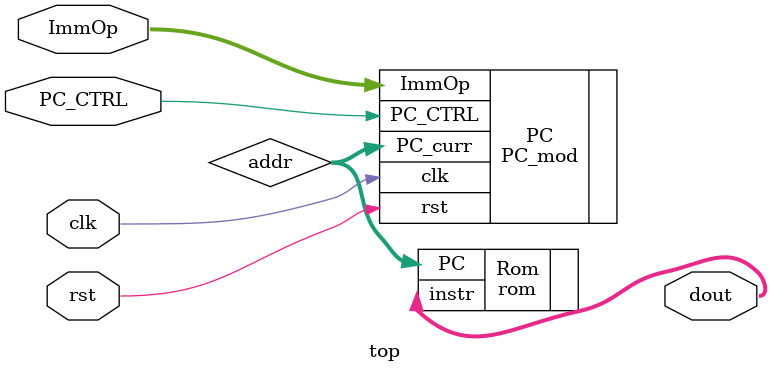
<source format=sv>
module top#(
    parameter WIDTH=32
)(
        //interface signals
    input  logic             clk,      // clock 
    input  logic             rst,      // reset
    input  logic             PC_CTRL,      // Program counter control (from control unit, do we branch or move to the next address, ie pc=pc+imm or pc=pc+4)
    input  logic [WIDTH-1:0]   ImmOp,  //Immediate value to add to current PC val
    output  logic [WIDTH-1:0]   dout  //current instruction
);

logic [WIDTH-1:0] addr;

PC_mod PC (
    .clk(clk),
    .rst(rst),
    .PC_CTRL(PC_CTRL),
    .ImmOp(ImmOp),
    .PC_curr(addr)
);

rom Rom(
    .PC(addr),
    .instr(dout)
);

endmodule

</source>
